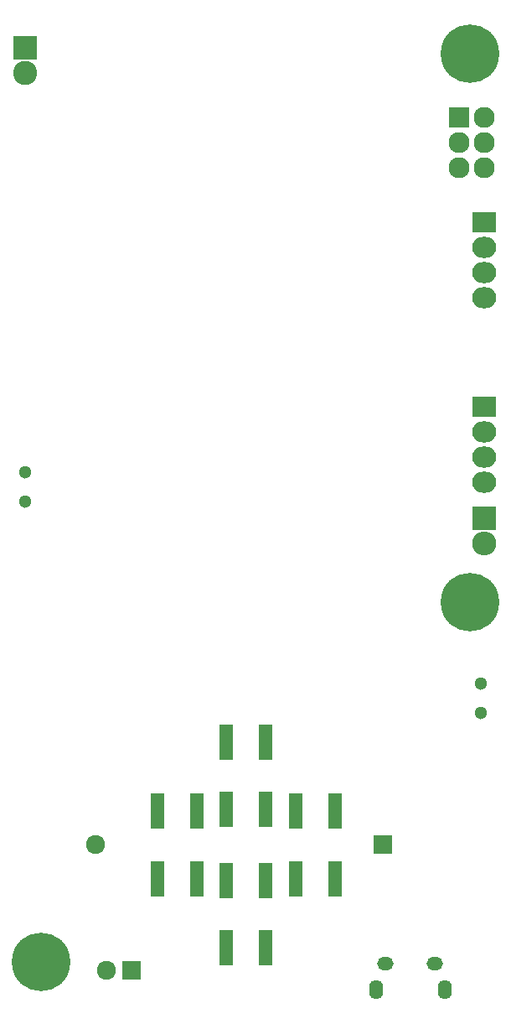
<source format=gbr>
G04 #@! TF.FileFunction,Soldermask,Bot*
%FSLAX45Y45*%
G04 Gerber Fmt 4.5, Leading zero omitted, Abs format (unit mm)*
G04 Created by KiCad (PCBNEW 4.0.5+dfsg1-4) date Thu Jun 15 20:37:51 2017*
%MOMM*%
%LPD*%
G01*
G04 APERTURE LIST*
%ADD10C,0.100000*%
%ADD11C,2.432000*%
%ADD12R,2.432000X2.432000*%
%ADD13C,5.900000*%
%ADD14C,1.300000*%
%ADD15R,2.432000X2.127200*%
%ADD16O,2.432000X2.127200*%
%ADD17R,1.400000X3.600000*%
%ADD18O,2.432000X2.432000*%
%ADD19C,1.924000*%
%ADD20R,1.924000X1.924000*%
%ADD21O,1.650000X1.350000*%
%ADD22O,1.400000X1.950000*%
%ADD23R,2.127200X2.127200*%
%ADD24O,2.127200X2.127200*%
G04 APERTURE END LIST*
D10*
D11*
X4270000Y-4600000D03*
D12*
X4270000Y-4346000D03*
D13*
X4430000Y-13570000D03*
D14*
X8872500Y-11060000D03*
X8872500Y-10760000D03*
D15*
X8905000Y-6105000D03*
D16*
X8905000Y-6359000D03*
X8905000Y-6613000D03*
X8905000Y-6867000D03*
D15*
X8905000Y-7970000D03*
D16*
X8905000Y-8224000D03*
X8905000Y-8478000D03*
X8905000Y-8732000D03*
D13*
X8760000Y-9940000D03*
D17*
X5600000Y-12730000D03*
X5600000Y-12050000D03*
X6000000Y-12050000D03*
X6000000Y-12730000D03*
D12*
X8905000Y-9090000D03*
D18*
X8905000Y-9344000D03*
D19*
X5085000Y-13655000D03*
D20*
X5339000Y-13655000D03*
D14*
X4267500Y-8625000D03*
X4267500Y-8925000D03*
D17*
X6300000Y-13430000D03*
X6300000Y-12750000D03*
X6700000Y-12750000D03*
X6700000Y-13430000D03*
D13*
X8760000Y-4400000D03*
D21*
X7909660Y-13585146D03*
X8409660Y-13585146D03*
D22*
X7809660Y-13855146D03*
X8509660Y-13855146D03*
D19*
X4980000Y-12390000D03*
D20*
X7880000Y-12390000D03*
D23*
X8650000Y-5050000D03*
D24*
X8904000Y-5050000D03*
X8650000Y-5304000D03*
X8904000Y-5304000D03*
X8650000Y-5558000D03*
X8904000Y-5558000D03*
D17*
X6300000Y-12030000D03*
X6300000Y-11350000D03*
X6700000Y-11350000D03*
X6700000Y-12030000D03*
X7000000Y-12730000D03*
X7000000Y-12050000D03*
X7400000Y-12050000D03*
X7400000Y-12730000D03*
M02*

</source>
